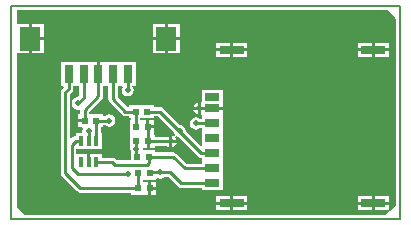
<source format=gtl>
%FSLAX25Y25*%
%MOIN*%
G70*
G01*
G75*
G04 Layer_Physical_Order=1*
G04 Layer_Color=255*
%ADD10R,0.07087X0.07874*%
%ADD11R,0.03150X0.05906*%
%ADD12R,0.01575X0.03347*%
%ADD13R,0.04843X0.02559*%
%ADD14R,0.08268X0.02756*%
%ADD15R,0.02362X0.02362*%
%ADD16C,0.01000*%
%ADD17C,0.00500*%
%ADD18C,0.02000*%
G36*
X128300Y-3900D02*
X128500Y-4100D01*
Y-9000D01*
Y-66100D01*
X126498Y-68102D01*
X126036Y-67910D01*
Y-67910D01*
X126036Y-67910D01*
D01*
Y-66115D01*
X121402D01*
Y-67993D01*
X125954D01*
X126090Y-68322D01*
X126145Y-68455D01*
X125300Y-69300D01*
X124900Y-69700D01*
X4700D01*
X2500Y-67500D01*
X2000Y-67000D01*
Y-15726D01*
X2000D01*
X2076D01*
X2354Y-15726D01*
X2354Y-15726D01*
Y-15726D01*
X6120D01*
Y-10790D01*
Y-5852D01*
X2354D01*
X2354Y-5852D01*
Y-5852D01*
X2076Y-5852D01*
X2000Y-5776D01*
Y-1300D01*
X125700D01*
X128300Y-3900D01*
D02*
G37*
%LPC*%
G36*
X62400Y-34500D02*
X60960D01*
X61016Y-34780D01*
X61458Y-35442D01*
X62120Y-35884D01*
X62400Y-35940D01*
Y-34500D01*
D02*
G37*
G36*
X48581Y-58419D02*
X46900D01*
Y-60100D01*
X48581D01*
Y-58419D01*
D02*
G37*
G36*
Y-61100D02*
X46900D01*
Y-62781D01*
X48581D01*
Y-61100D01*
D02*
G37*
G36*
X41675Y-18647D02*
X29757D01*
Y-22601D01*
X28758D01*
Y-18647D01*
X16840D01*
Y-26553D01*
X17546D01*
X17737Y-27015D01*
X17219Y-27534D01*
X16887Y-28030D01*
X16771Y-28615D01*
Y-55600D01*
X16771Y-55600D01*
X16771D01*
X16887Y-56185D01*
X17219Y-56681D01*
X22219Y-61681D01*
X22715Y-62013D01*
X23300Y-62129D01*
X40282D01*
Y-62781D01*
X45900D01*
Y-60601D01*
Y-58419D01*
X44029D01*
Y-57781D01*
X48618D01*
Y-57479D01*
X49059Y-57244D01*
X49120Y-57284D01*
X49900Y-57439D01*
X50680Y-57284D01*
X51211Y-56929D01*
X52666D01*
X55859Y-60122D01*
X55859D01*
X55859Y-60122D01*
X55859Y-60122D01*
Y-60122D01*
X56355Y-60453D01*
X56940Y-60570D01*
X63879D01*
Y-61320D01*
X70721D01*
Y-56761D01*
D01*
Y-56761D01*
X70721Y-56761D01*
Y-56320D01*
X70721D01*
Y-51761D01*
D01*
Y-51761D01*
X70721Y-51761D01*
Y-51320D01*
X70721D01*
Y-46761D01*
D01*
Y-46761D01*
X70721Y-46761D01*
Y-46320D01*
X70721D01*
Y-41761D01*
D01*
Y-41761D01*
X70721Y-41761D01*
Y-41320D01*
X70721D01*
Y-36761D01*
D01*
Y-36761D01*
X70721Y-36761D01*
Y-36320D01*
X70721D01*
Y-34540D01*
X67299D01*
Y-33540D01*
X70721D01*
Y-32579D01*
Y-28021D01*
X63879D01*
Y-31761D01*
X63492Y-32079D01*
X63400Y-32060D01*
Y-34001D01*
Y-35940D01*
X63492Y-35921D01*
X63879Y-36239D01*
Y-36320D01*
X63879Y-36320D01*
X63879Y-36761D01*
X63879D01*
Y-37511D01*
X63151D01*
X62621Y-37156D01*
X61840Y-37001D01*
X61060Y-37156D01*
X60398Y-37598D01*
X59956Y-38260D01*
X59801Y-39040D01*
X59956Y-39821D01*
X60398Y-40482D01*
X61060Y-40924D01*
X61840Y-41079D01*
X62621Y-40924D01*
X63151Y-40570D01*
X63879D01*
Y-41320D01*
X63879Y-41320D01*
X63879Y-41761D01*
X63879D01*
Y-46320D01*
X63879D01*
Y-46463D01*
X63417Y-46654D01*
X58426Y-41664D01*
X58439Y-41600D01*
X58284Y-40820D01*
X57842Y-40158D01*
X57180Y-39716D01*
X56400Y-39561D01*
X56336Y-39573D01*
X50781Y-34019D01*
X50285Y-33687D01*
X49700Y-33571D01*
X47818D01*
Y-32919D01*
X39519D01*
Y-33571D01*
X38934D01*
X35708Y-30345D01*
Y-26553D01*
X37131D01*
X37367Y-26994D01*
X37216Y-27220D01*
X37061Y-28000D01*
X37216Y-28780D01*
X37658Y-29442D01*
X38320Y-29884D01*
X39100Y-30039D01*
X39880Y-29884D01*
X40542Y-29442D01*
X40984Y-28780D01*
X41139Y-28000D01*
X40984Y-27220D01*
X40629Y-26689D01*
Y-26553D01*
X41675D01*
Y-18647D01*
D02*
G37*
G36*
X62400Y-32060D02*
X62120Y-32116D01*
X61458Y-32558D01*
X61016Y-33220D01*
X60960Y-33500D01*
X62400D01*
Y-32060D01*
D02*
G37*
G36*
X73158Y-14973D02*
X68524D01*
Y-16851D01*
X73158D01*
Y-14973D01*
D02*
G37*
G36*
X120402Y-66115D02*
X115769D01*
Y-67993D01*
X120402D01*
Y-66115D01*
D02*
G37*
G36*
X78792D02*
X74158D01*
Y-67993D01*
X78792D01*
Y-66115D01*
D02*
G37*
G36*
X73158D02*
X68524D01*
Y-67993D01*
X73158D01*
Y-66115D01*
D02*
G37*
G36*
Y-63237D02*
X68524D01*
Y-65115D01*
X73158D01*
Y-63237D01*
D02*
G37*
G36*
X126036D02*
X121402D01*
Y-65115D01*
X126036D01*
Y-63237D01*
D02*
G37*
G36*
X120402D02*
X115769D01*
Y-65115D01*
X120402D01*
Y-63237D01*
D02*
G37*
G36*
X78792D02*
X74158D01*
Y-65115D01*
X78792D01*
Y-63237D01*
D02*
G37*
G36*
X51395Y-11289D02*
X47352D01*
Y-15726D01*
X51395D01*
Y-11289D01*
D02*
G37*
G36*
Y-5852D02*
X47352D01*
Y-10289D01*
X51395D01*
Y-5852D01*
D02*
G37*
G36*
X120402Y-12095D02*
X115769D01*
Y-13973D01*
X120402D01*
Y-12095D01*
D02*
G37*
G36*
X78792D02*
X74158D01*
Y-13973D01*
X78792D01*
Y-12095D01*
D02*
G37*
G36*
X73158D02*
X68524D01*
Y-13973D01*
X73158D01*
Y-12095D01*
D02*
G37*
G36*
X56439Y-11289D02*
X52395D01*
Y-15726D01*
X56439D01*
Y-11289D01*
D02*
G37*
G36*
X126036Y-12095D02*
X121402D01*
Y-13973D01*
X126036D01*
Y-12095D01*
D02*
G37*
G36*
Y-14973D02*
X121402D01*
Y-16851D01*
X126036D01*
Y-14973D01*
D02*
G37*
G36*
X120402D02*
X115769D01*
Y-16851D01*
X120402D01*
Y-14973D01*
D02*
G37*
G36*
X78792D02*
X74158D01*
Y-16851D01*
X78792D01*
Y-14973D01*
D02*
G37*
G36*
X11163Y-5852D02*
X7120D01*
Y-10289D01*
X11163D01*
Y-5852D01*
D02*
G37*
G36*
X56439D02*
X52395D01*
Y-10289D01*
X56439D01*
Y-5852D01*
D02*
G37*
G36*
X11163Y-11289D02*
X7120D01*
Y-15726D01*
X11163D01*
Y-11289D01*
D02*
G37*
%LPD*%
G36*
X32649Y-30979D02*
X32766Y-31564D01*
X33097Y-32060D01*
X37219Y-36181D01*
X37218D01*
X37219Y-36182D01*
X37219Y-36182D01*
Y-36182D01*
X37715Y-36513D01*
X38300Y-36629D01*
X39519D01*
Y-37281D01*
X40171D01*
Y-38019D01*
X39682D01*
Y-42381D01*
X39782D01*
Y-42819D01*
X39782D01*
Y-47181D01*
X39782D01*
X39963Y-47402D01*
X39924Y-47600D01*
X40019Y-48078D01*
Y-51371D01*
X35434D01*
X35023Y-50960D01*
X34527Y-50629D01*
X33942Y-50512D01*
X30346D01*
Y-49369D01*
X26500D01*
Y-52043D01*
X25500D01*
Y-49369D01*
X21929D01*
Y-47431D01*
X30346D01*
Y-42085D01*
X30166D01*
Y-40281D01*
X30818D01*
Y-39629D01*
X31589D01*
X32120Y-39984D01*
X32900Y-40139D01*
X33680Y-39984D01*
X34342Y-39542D01*
X34784Y-38880D01*
X34939Y-38100D01*
X34784Y-37320D01*
X34342Y-36658D01*
X33680Y-36216D01*
X32900Y-36061D01*
X32120Y-36216D01*
X31589Y-36571D01*
X30818D01*
Y-35919D01*
X26229D01*
Y-35133D01*
X30339Y-31024D01*
X30670Y-30528D01*
X30787Y-29943D01*
Y-26553D01*
X32649D01*
Y-30979D01*
D02*
G37*
G36*
X54441Y-42004D02*
X54516Y-42380D01*
X54958Y-43042D01*
X54880Y-43158D01*
X54390Y-43256D01*
X54180Y-43116D01*
X53900Y-43060D01*
Y-44500D01*
X55340D01*
X55284Y-44220D01*
X54842Y-43558D01*
X54920Y-43442D01*
X55410Y-43344D01*
X55620Y-43484D01*
X55996Y-43559D01*
X62559Y-50122D01*
X63055Y-50453D01*
X63640Y-50570D01*
X63879D01*
Y-51320D01*
X63879Y-51320D01*
X63879Y-51761D01*
X63879D01*
Y-52511D01*
X58674D01*
X55281Y-49119D01*
X54785Y-48787D01*
X54200Y-48671D01*
X48318D01*
Y-48019D01*
X44313D01*
X43996Y-47632D01*
X44002Y-47600D01*
X43996Y-47568D01*
X44313Y-47181D01*
X45400D01*
Y-44999D01*
X46400D01*
Y-47181D01*
X48081D01*
Y-46529D01*
X52089D01*
X52620Y-46884D01*
X52900Y-46940D01*
Y-45001D01*
Y-43060D01*
X52620Y-43116D01*
X52089Y-43471D01*
X48081D01*
Y-42819D01*
X47981D01*
Y-42381D01*
X47981D01*
Y-40700D01*
X45799D01*
Y-40201D01*
X45300D01*
Y-38019D01*
X43229D01*
Y-37281D01*
X47818D01*
Y-36629D01*
X49066D01*
X54441Y-42004D01*
D02*
G37*
G36*
X22807Y-29830D02*
X22246Y-30391D01*
X21620Y-30516D01*
X20958Y-30958D01*
X20516Y-31620D01*
X20361Y-32400D01*
X20516Y-33180D01*
X20958Y-33842D01*
X21620Y-34284D01*
X22400Y-34439D01*
X22633Y-34393D01*
X22881Y-34442D01*
X23171Y-34680D01*
Y-35919D01*
X22519D01*
Y-37600D01*
X24701D01*
Y-38600D01*
X22519D01*
Y-40281D01*
X23945D01*
X24181Y-40722D01*
X24116Y-40820D01*
X23961Y-41600D01*
X23980Y-41699D01*
X23663Y-42085D01*
X21654D01*
Y-43246D01*
X21157Y-43345D01*
X20660Y-43677D01*
X20291Y-44046D01*
X19829Y-43854D01*
Y-29248D01*
X20496Y-28581D01*
X20828Y-28085D01*
X20944Y-27500D01*
X20944Y-27500D01*
X20944Y-27500D01*
Y-27500D01*
Y-26553D01*
X22807D01*
Y-29830D01*
D02*
G37*
%LPC*%
G36*
X47981Y-38019D02*
X46300D01*
Y-39700D01*
X47981D01*
Y-38019D01*
D02*
G37*
G36*
X55340Y-45500D02*
X53900D01*
Y-46940D01*
X54180Y-46884D01*
X54842Y-46442D01*
X55284Y-45780D01*
X55340Y-45500D01*
D02*
G37*
%LPD*%
D10*
X6620Y-10789D02*
D03*
X51895D02*
D03*
D11*
X39100Y-22600D02*
D03*
X34179D02*
D03*
X29258D02*
D03*
X24336D02*
D03*
X19415D02*
D03*
D12*
X23441Y-44758D02*
D03*
Y-52042D02*
D03*
X26000D02*
D03*
X28559Y-44758D02*
D03*
X26000D02*
D03*
X28559Y-52042D02*
D03*
D13*
X67300Y-30300D02*
D03*
Y-34040D02*
D03*
Y-59040D02*
D03*
Y-54040D02*
D03*
Y-49040D02*
D03*
Y-44040D02*
D03*
Y-39040D02*
D03*
D14*
X73658Y-65615D02*
D03*
X120902D02*
D03*
X73658Y-14473D02*
D03*
X120902D02*
D03*
D15*
X24700Y-38100D02*
D03*
X28637D02*
D03*
X45800Y-40200D02*
D03*
X41863D02*
D03*
X46400Y-60600D02*
D03*
X42463D02*
D03*
X45900Y-45000D02*
D03*
X41963D02*
D03*
X41700Y-35100D02*
D03*
X45637D02*
D03*
X42200Y-50200D02*
D03*
X46137D02*
D03*
X42500Y-55600D02*
D03*
X46437D02*
D03*
D16*
X46137Y-50200D02*
X54200D01*
X58040Y-54040D01*
X67300D01*
X53300Y-55400D02*
X56940Y-59040D01*
X67300D01*
X42500Y-60563D02*
Y-55400D01*
X42463Y-60600D02*
X42500Y-60563D01*
X41963Y-49963D02*
Y-45000D01*
Y-49963D02*
X42200Y-50200D01*
X41700Y-40037D02*
Y-35100D01*
Y-40037D02*
X41863Y-40200D01*
X45637Y-35100D02*
X46200D01*
X49700D01*
X63640Y-49040D01*
X67300D01*
X28637Y-44680D02*
Y-38100D01*
X28559Y-44758D02*
X28637Y-44680D01*
Y-38100D02*
X32900D01*
X61840Y-39040D02*
X67300D01*
X34179Y-30979D02*
Y-22600D01*
Y-30979D02*
X38300Y-35100D01*
X41700D01*
X39100Y-28000D02*
Y-22600D01*
X24336Y-30464D02*
Y-22600D01*
X22400Y-32400D02*
X24336Y-30464D01*
X29258Y-29943D02*
Y-22600D01*
X24700Y-34500D02*
X29258Y-29943D01*
X24700Y-38100D02*
Y-34500D01*
X26000Y-44758D02*
Y-41600D01*
X28559Y-52042D02*
X33942D01*
X34800Y-52900D01*
X45500D01*
X46137Y-52263D01*
Y-50200D01*
X22600Y-56000D02*
X39100D01*
X23300Y-60600D02*
X42463D01*
X49900Y-55400D02*
X53300D01*
X18300Y-55600D02*
Y-28615D01*
Y-55600D02*
X23300Y-60600D01*
X18300Y-28615D02*
X19415Y-27500D01*
Y-22600D01*
X21742Y-44758D02*
X23441D01*
X20400Y-46100D02*
X21742Y-44758D01*
X20400Y-53800D02*
Y-46100D01*
Y-53800D02*
X22600Y-56000D01*
X46437Y-55400D02*
X49900D01*
X45800Y-44900D02*
Y-40200D01*
Y-44900D02*
X45900Y-45000D01*
X53400D01*
X62940Y-34040D02*
X67300D01*
X62900Y-34000D02*
X62940Y-34040D01*
X117753Y-26245D02*
G03*
X117753Y-26245I-1772J0D01*
G01*
Y-59710D02*
G03*
X117753Y-59710I-1772J0D01*
G01*
D17*
X0Y0D02*
X129921D01*
Y-70866D02*
Y0D01*
X0Y-70866D02*
X129921D01*
X0D02*
Y0D01*
D18*
X32900Y-38100D02*
D03*
X61840Y-39040D02*
D03*
X39100Y-28000D02*
D03*
X22400Y-32400D02*
D03*
X41963Y-47600D02*
D03*
X26000Y-41600D02*
D03*
X56400D02*
D03*
X39100Y-56000D02*
D03*
X49900Y-55400D02*
D03*
X53400Y-45000D02*
D03*
X62900Y-34000D02*
D03*
X35600Y-44600D02*
D03*
M02*

</source>
